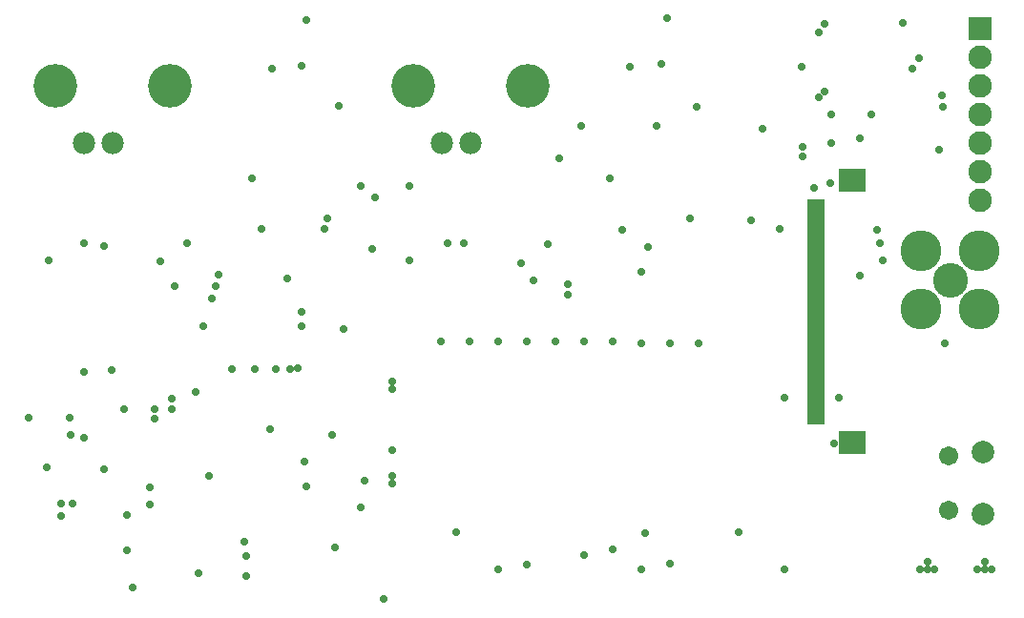
<source format=gbr>
G04 EAGLE Gerber RS-274X export*
G75*
%MOMM*%
%FSLAX34Y34*%
%LPD*%
%INSoldermask Bottom*%
%IPPOS*%
%AMOC8*
5,1,8,0,0,1.08239X$1,22.5*%
G01*
G04 Define Apertures*
%ADD10C,1.985200*%
%ADD11C,3.860800*%
%ADD12R,1.503200X0.503200*%
%ADD13R,2.403200X2.003200*%
%ADD14C,2.003200*%
%ADD15C,1.703200*%
%ADD16R,2.093200X2.093200*%
%ADD17C,2.093200*%
%ADD18C,3.083200*%
%ADD19C,3.623200*%
%ADD20C,0.705600*%
D10*
X88900Y876300D03*
X63500Y876300D03*
D11*
X139700Y927100D03*
X38100Y927100D03*
D10*
X406400Y876300D03*
X381000Y876300D03*
D11*
X457200Y927100D03*
X355600Y927100D03*
D12*
X712410Y823940D03*
X712410Y818940D03*
X712410Y813940D03*
X712410Y808940D03*
X712410Y803940D03*
X712410Y798940D03*
X712410Y793940D03*
X712410Y788940D03*
X712410Y783940D03*
X712410Y778940D03*
X712410Y773940D03*
X712410Y768940D03*
X712410Y763940D03*
X712410Y758940D03*
X712410Y753940D03*
X712410Y748940D03*
X712410Y743940D03*
X712410Y738940D03*
X712410Y733940D03*
X712410Y728940D03*
X712410Y723940D03*
X712410Y718940D03*
X712410Y713940D03*
X712410Y708940D03*
X712410Y703940D03*
X712410Y698940D03*
X712410Y693940D03*
X712410Y688940D03*
X712410Y683940D03*
X712410Y678940D03*
X712410Y673940D03*
X712410Y668940D03*
X712410Y663940D03*
X712410Y658940D03*
X712410Y653940D03*
X712410Y648940D03*
X712410Y643940D03*
X712410Y638940D03*
X712410Y633940D03*
X712410Y628940D03*
D13*
X744910Y842940D03*
X744910Y609940D03*
D14*
X861080Y601630D03*
X861080Y547130D03*
D15*
X830780Y598630D03*
X830780Y550130D03*
D16*
X858520Y977900D03*
D17*
X858520Y952500D03*
X858520Y927100D03*
X858520Y901700D03*
X858520Y876300D03*
X858520Y850900D03*
X858520Y825500D03*
D18*
X831850Y754380D03*
D19*
X857600Y780130D03*
X806100Y780130D03*
X806100Y728630D03*
X857600Y728630D03*
D20*
X80895Y586926D03*
X351790Y838200D03*
X308610Y838200D03*
X504190Y891540D03*
X571500Y891540D03*
X207010Y491490D03*
X207010Y509270D03*
X51054Y617220D03*
X279400Y808990D03*
X321310Y828040D03*
X81280Y784860D03*
X130810Y770890D03*
X182880Y759460D03*
X485140Y862330D03*
X665480Y889000D03*
X318770Y782094D03*
X715010Y974090D03*
X700866Y872664D03*
X180340Y749300D03*
X492760Y750570D03*
X125730Y640080D03*
X312420Y576580D03*
X140970Y640080D03*
X715010Y916940D03*
X720090Y981710D03*
X701266Y864293D03*
X492760Y741680D03*
X177107Y738563D03*
X125730Y631190D03*
X308610Y552450D03*
X720316Y922166D03*
X256540Y944880D03*
X260350Y985520D03*
X400050Y787400D03*
X450850Y769620D03*
X575310Y946150D03*
X580390Y987016D03*
X600710Y808990D03*
X655320Y807720D03*
X751840Y880110D03*
X557530Y762000D03*
X608330Y698500D03*
X582930Y698500D03*
X532130Y699770D03*
X506730Y699770D03*
X481330Y699770D03*
X455930Y699770D03*
X405130Y699770D03*
X379730Y699770D03*
X769620Y787400D03*
X772160Y772160D03*
X455930Y501650D03*
X506730Y510540D03*
X532130Y515620D03*
X582930Y502920D03*
X762000Y901700D03*
X283210Y617220D03*
X256540Y713740D03*
X643890Y530860D03*
X561340Y529590D03*
X393700Y530860D03*
X328930Y471170D03*
X106680Y481330D03*
X63500Y614680D03*
X229870Y942340D03*
X289560Y909320D03*
X276860Y800100D03*
X31750Y772160D03*
X143510Y749300D03*
X547370Y943610D03*
X607060Y908050D03*
X351790Y772160D03*
X699770Y943610D03*
X789940Y982980D03*
X726031Y901700D03*
X710874Y836720D03*
X462280Y754606D03*
X563935Y783761D03*
X243840Y755650D03*
X168910Y713740D03*
X194310Y675640D03*
X214630Y675640D03*
X233680Y675640D03*
X99060Y640080D03*
X87630Y674370D03*
X63500Y673100D03*
X50800Y632460D03*
X162560Y655320D03*
X293370Y711200D03*
X228600Y622300D03*
X259080Y593090D03*
X53340Y556260D03*
X811530Y497840D03*
X817880Y497840D03*
X805180Y497840D03*
X811530Y504190D03*
X205740Y521970D03*
X165100Y494030D03*
X253307Y676217D03*
X430530Y497840D03*
X557530Y497840D03*
X430530Y699770D03*
X557530Y698500D03*
X684530Y497614D03*
X826770Y698500D03*
X173990Y580390D03*
X821533Y869950D03*
X101826Y514350D03*
X684530Y650240D03*
X751840Y758190D03*
X725170Y840740D03*
X285859Y516999D03*
X121920Y570230D03*
X121920Y554990D03*
X862330Y497840D03*
X855980Y497840D03*
X868680Y497840D03*
X862330Y504190D03*
X798447Y942340D03*
X803910Y951230D03*
X824230Y918436D03*
X336550Y664210D03*
X767080Y798830D03*
X728980Y609600D03*
X336550Y657860D03*
X336550Y580390D03*
X336550Y574040D03*
X336550Y603250D03*
X260350Y571500D03*
X246380Y675640D03*
X825500Y908276D03*
X726440Y876300D03*
X680720Y800100D03*
X256540Y726440D03*
X140970Y648970D03*
X30480Y588010D03*
X43180Y544830D03*
X212090Y844550D03*
X220980Y800100D03*
X63500Y787400D03*
X154940Y787400D03*
X529590Y844550D03*
X541020Y798830D03*
X474980Y786130D03*
X386080Y787400D03*
X13970Y632460D03*
X43180Y556486D03*
X101374Y546100D03*
X732790Y650240D03*
M02*

</source>
